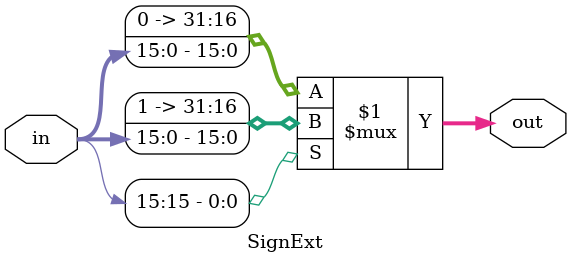
<source format=v>
`timescale 1ps/1ps
module SignExt(input [15:0]in,output [31:0] out);
 assign out=(in[15])?{16'b1111111111111111,in}:{16'b0000000000000000,in};
endmodule

</source>
